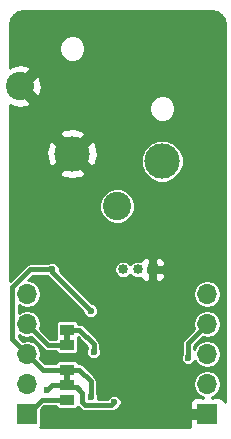
<source format=gbl>
G04 #@! TF.FileFunction,Copper,L2,Bot,Signal*
%FSLAX46Y46*%
G04 Gerber Fmt 4.6, Leading zero omitted, Abs format (unit mm)*
G04 Created by KiCad (PCBNEW 4.0.7) date Wed Jun 13 11:05:16 2018*
%MOMM*%
%LPD*%
G01*
G04 APERTURE LIST*
%ADD10C,0.100000*%
%ADD11C,0.500000*%
%ADD12R,1.700000X1.700000*%
%ADD13O,1.700000X1.700000*%
%ADD14R,0.850000X0.850000*%
%ADD15C,0.850000*%
%ADD16R,1.270000X0.965200*%
%ADD17C,3.000000*%
%ADD18C,2.400000*%
%ADD19C,0.600000*%
%ADD20C,0.400000*%
%ADD21C,0.250000*%
G04 APERTURE END LIST*
D10*
D11*
X5250000Y5000000D02*
X5250000Y4200000D01*
X5250000Y7600000D02*
X5250000Y8400000D01*
D12*
X17120000Y1500000D03*
D13*
X17120000Y4040000D03*
X17120000Y6580000D03*
X17120000Y9120000D03*
X17120000Y11660000D03*
D12*
X1880000Y1500000D03*
D13*
X1880000Y4040000D03*
X1880000Y6580000D03*
X1880000Y9120000D03*
X1880000Y11660000D03*
D14*
X12500000Y13750000D03*
D15*
X11250000Y13750000D03*
X10000000Y13750000D03*
D16*
X5250000Y5270000D03*
X5250000Y4000000D03*
X5250000Y2730000D03*
X5250000Y7365000D03*
X5250000Y8635000D03*
D17*
X5690000Y23550000D03*
X13310000Y22915000D03*
D18*
X9500000Y19105000D03*
X1250000Y29250000D03*
D19*
X3500000Y1250000D03*
X7500000Y1250000D03*
X5500000Y1250000D03*
X7500000Y5500000D03*
X7250000Y8750000D03*
X3525693Y3525693D03*
X9250000Y2500000D03*
X7250009Y2950010D03*
X4000000Y13750000D03*
X7250000Y10250000D03*
X15500000Y6250000D03*
X7500000Y6750000D03*
D20*
X5250000Y4000000D02*
X4000000Y4000000D01*
X3825692Y3825692D02*
X3525693Y3525693D01*
X4000000Y4000000D02*
X3825692Y3825692D01*
X6067602Y3750000D02*
X6549999Y3267603D01*
X9000000Y2250000D02*
X9250000Y2500000D01*
X6549999Y3267603D02*
X6549999Y2496590D01*
X6549999Y2496590D02*
X6796589Y2250000D01*
X6796589Y2250000D02*
X9000000Y2250000D01*
X5250000Y3750000D02*
X6067602Y3750000D01*
X6067602Y3750000D02*
X6285001Y3532601D01*
X5250000Y4000000D02*
X5250000Y3750000D01*
X7250009Y4304991D02*
X7250009Y3374274D01*
X6285000Y5270000D02*
X7250009Y4304991D01*
X7250009Y3374274D02*
X7250009Y2950010D01*
X5250000Y5270000D02*
X6285000Y5270000D01*
X1880000Y6580000D02*
X629999Y7830001D01*
X629999Y7830001D02*
X629999Y12260001D01*
X629999Y12260001D02*
X2119998Y13750000D01*
X2119998Y13750000D02*
X3575736Y13750000D01*
X3575736Y13750000D02*
X4000000Y13750000D01*
X7250000Y10250000D02*
X4000000Y13500000D01*
X4000000Y13500000D02*
X4000000Y13750000D01*
X5250000Y5270000D02*
X3190000Y5270000D01*
X3190000Y5270000D02*
X1880000Y6580000D01*
X15500000Y6250000D02*
X15500000Y7500000D01*
X15500000Y7500000D02*
X17120000Y9120000D01*
X5250000Y2730000D02*
X3110000Y2730000D01*
X3110000Y2730000D02*
X1880000Y1500000D01*
X1880000Y9120000D02*
X3635000Y7365000D01*
X3635000Y7365000D02*
X5250000Y7365000D01*
X5250000Y8635000D02*
X6285000Y8635000D01*
X6285000Y8635000D02*
X7500000Y7420000D01*
X7500000Y7420000D02*
X7500000Y6750000D01*
D21*
G36*
X17917952Y35509028D02*
X18272276Y35272276D01*
X18509028Y34917952D01*
X18600000Y34460604D01*
X18600000Y2483155D01*
X18506631Y2708566D01*
X18328565Y2886632D01*
X18095911Y2983000D01*
X17653250Y2983000D01*
X17495002Y2824752D01*
X17495002Y2935014D01*
X17592673Y2954442D01*
X17973870Y3209150D01*
X18228578Y3590347D01*
X18318020Y4040000D01*
X18228578Y4489653D01*
X17973870Y4870850D01*
X17592673Y5125558D01*
X17143020Y5215000D01*
X17096980Y5215000D01*
X16647327Y5125558D01*
X16266130Y4870850D01*
X16011422Y4489653D01*
X15921980Y4040000D01*
X16011422Y3590347D01*
X16266130Y3209150D01*
X16647327Y2954442D01*
X16744998Y2935014D01*
X16744998Y2824752D01*
X16586750Y2983000D01*
X16144089Y2983000D01*
X15911435Y2886632D01*
X15733369Y2708566D01*
X15637000Y2475912D01*
X15637000Y2033250D01*
X15795250Y1875000D01*
X16745000Y1875000D01*
X16745000Y1895000D01*
X17495000Y1895000D01*
X17495000Y1875000D01*
X17515000Y1875000D01*
X17515000Y1125000D01*
X17495000Y1125000D01*
X17495000Y1105000D01*
X16745000Y1105000D01*
X16745000Y1125000D01*
X15795250Y1125000D01*
X15637000Y966750D01*
X15637000Y524088D01*
X15688399Y400000D01*
X2941668Y400000D01*
X2961053Y412474D01*
X3035260Y521080D01*
X3061367Y650000D01*
X3061367Y1938905D01*
X3327462Y2205000D01*
X4291611Y2205000D01*
X4306295Y2126962D01*
X4377474Y2016347D01*
X4486080Y1942140D01*
X4615000Y1916033D01*
X5885000Y1916033D01*
X6005438Y1938695D01*
X6116053Y2009874D01*
X6188388Y2115739D01*
X6425358Y1878769D01*
X6595680Y1764963D01*
X6796589Y1725000D01*
X9000000Y1725000D01*
X9200909Y1764963D01*
X9365440Y1874899D01*
X9373775Y1874892D01*
X9603571Y1969842D01*
X9779540Y2145504D01*
X9874891Y2375134D01*
X9875108Y2623775D01*
X9780158Y2853571D01*
X9604496Y3029540D01*
X9374866Y3124891D01*
X9126225Y3125108D01*
X8896429Y3030158D01*
X8720460Y2854496D01*
X8687450Y2775000D01*
X7854078Y2775000D01*
X7874900Y2825144D01*
X7875117Y3073785D01*
X7780167Y3303581D01*
X7775009Y3308748D01*
X7775009Y4304991D01*
X7735046Y4505900D01*
X7621240Y4676222D01*
X6656231Y5641231D01*
X6485909Y5755037D01*
X6285000Y5795000D01*
X6208389Y5795000D01*
X6193705Y5873038D01*
X6122526Y5983653D01*
X6013920Y6057860D01*
X5885000Y6083967D01*
X4615000Y6083967D01*
X4494562Y6061305D01*
X4383947Y5990126D01*
X4309740Y5881520D01*
X4292219Y5795000D01*
X3407462Y5795000D01*
X3002438Y6200024D01*
X3078020Y6580000D01*
X2988578Y7029653D01*
X2733870Y7410850D01*
X2352673Y7665558D01*
X1903020Y7755000D01*
X1856980Y7755000D01*
X1515406Y7687056D01*
X1154999Y8047463D01*
X1154999Y8203042D01*
X1407327Y8034442D01*
X1856980Y7945000D01*
X1903020Y7945000D01*
X2244594Y8012944D01*
X3263769Y6993769D01*
X3434091Y6879963D01*
X3635000Y6840000D01*
X4291611Y6840000D01*
X4306295Y6761962D01*
X4377474Y6651347D01*
X4486080Y6577140D01*
X4615000Y6551033D01*
X5885000Y6551033D01*
X6005438Y6573695D01*
X6116053Y6644874D01*
X6190260Y6753480D01*
X6216367Y6882400D01*
X6216367Y7847600D01*
X6193705Y7968038D01*
X6173661Y7999187D01*
X6175565Y8001973D01*
X6975000Y7202538D01*
X6975000Y7109028D01*
X6970460Y7104496D01*
X6875109Y6874866D01*
X6874892Y6626225D01*
X6969842Y6396429D01*
X7145504Y6220460D01*
X7375134Y6125109D01*
X7623775Y6124892D01*
X7627001Y6126225D01*
X14874892Y6126225D01*
X14969842Y5896429D01*
X15145504Y5720460D01*
X15375134Y5625109D01*
X15623775Y5624892D01*
X15853571Y5719842D01*
X16029540Y5895504D01*
X16082737Y6023617D01*
X16266130Y5749150D01*
X16647327Y5494442D01*
X17096980Y5405000D01*
X17143020Y5405000D01*
X17592673Y5494442D01*
X17973870Y5749150D01*
X18228578Y6130347D01*
X18318020Y6580000D01*
X18228578Y7029653D01*
X17973870Y7410850D01*
X17592673Y7665558D01*
X17143020Y7755000D01*
X17096980Y7755000D01*
X16647327Y7665558D01*
X16266130Y7410850D01*
X16025000Y7049974D01*
X16025000Y7282538D01*
X16755406Y8012944D01*
X17096980Y7945000D01*
X17143020Y7945000D01*
X17592673Y8034442D01*
X17973870Y8289150D01*
X18228578Y8670347D01*
X18318020Y9120000D01*
X18228578Y9569653D01*
X17973870Y9950850D01*
X17592673Y10205558D01*
X17143020Y10295000D01*
X17096980Y10295000D01*
X16647327Y10205558D01*
X16266130Y9950850D01*
X16011422Y9569653D01*
X15921980Y9120000D01*
X15997562Y8740024D01*
X15128769Y7871231D01*
X15014963Y7700909D01*
X14975000Y7500000D01*
X14975000Y6609028D01*
X14970460Y6604496D01*
X14875109Y6374866D01*
X14874892Y6126225D01*
X7627001Y6126225D01*
X7853571Y6219842D01*
X8029540Y6395504D01*
X8124891Y6625134D01*
X8125108Y6873775D01*
X8030158Y7103571D01*
X8025000Y7108738D01*
X8025000Y7420000D01*
X7985037Y7620909D01*
X7871231Y7791231D01*
X6656231Y9006231D01*
X6485909Y9120037D01*
X6285000Y9160000D01*
X6208389Y9160000D01*
X6193705Y9238038D01*
X6122526Y9348653D01*
X6013920Y9422860D01*
X5885000Y9448967D01*
X4615000Y9448967D01*
X4494562Y9426305D01*
X4383947Y9355126D01*
X4309740Y9246520D01*
X4283633Y9117600D01*
X4283633Y8152400D01*
X4306295Y8031962D01*
X4326339Y8000813D01*
X4309740Y7976520D01*
X4292219Y7890000D01*
X3852462Y7890000D01*
X3002438Y8740024D01*
X3078020Y9120000D01*
X2988578Y9569653D01*
X2733870Y9950850D01*
X2352673Y10205558D01*
X1903020Y10295000D01*
X1856980Y10295000D01*
X1407327Y10205558D01*
X1154999Y10036958D01*
X1154999Y10743042D01*
X1407327Y10574442D01*
X1856980Y10485000D01*
X1903020Y10485000D01*
X2352673Y10574442D01*
X2733870Y10829150D01*
X2988578Y11210347D01*
X3078020Y11660000D01*
X2988578Y12109653D01*
X2733870Y12490850D01*
X2352673Y12745558D01*
X1940087Y12827627D01*
X2337460Y13225000D01*
X3564469Y13225000D01*
X3628769Y13128769D01*
X6624898Y10132640D01*
X6624892Y10126225D01*
X6719842Y9896429D01*
X6895504Y9720460D01*
X7125134Y9625109D01*
X7373775Y9624892D01*
X7603571Y9719842D01*
X7779540Y9895504D01*
X7874891Y10125134D01*
X7875108Y10373775D01*
X7780158Y10603571D01*
X7604496Y10779540D01*
X7374866Y10874891D01*
X7367565Y10874897D01*
X6582462Y11660000D01*
X15921980Y11660000D01*
X16011422Y11210347D01*
X16266130Y10829150D01*
X16647327Y10574442D01*
X17096980Y10485000D01*
X17143020Y10485000D01*
X17592673Y10574442D01*
X17973870Y10829150D01*
X18228578Y11210347D01*
X18318020Y11660000D01*
X18228578Y12109653D01*
X17973870Y12490850D01*
X17592673Y12745558D01*
X17143020Y12835000D01*
X17096980Y12835000D01*
X16647327Y12745558D01*
X16266130Y12490850D01*
X16011422Y12109653D01*
X15921980Y11660000D01*
X6582462Y11660000D01*
X4640992Y13601470D01*
X9249870Y13601470D01*
X9363811Y13325714D01*
X9574605Y13114552D01*
X9850161Y13000131D01*
X10148530Y12999870D01*
X10424286Y13113811D01*
X10625165Y13314340D01*
X10824605Y13114552D01*
X11100161Y13000131D01*
X11398530Y12999870D01*
X11506107Y13044320D01*
X11538369Y12966434D01*
X11716435Y12788368D01*
X11949089Y12692000D01*
X12129250Y12692000D01*
X12287500Y12850250D01*
X12287500Y13537500D01*
X12712500Y13537500D01*
X12712500Y12850250D01*
X12870750Y12692000D01*
X13050911Y12692000D01*
X13283565Y12788368D01*
X13461631Y12966434D01*
X13558000Y13199088D01*
X13558000Y13379250D01*
X13399750Y13537500D01*
X12712500Y13537500D01*
X12287500Y13537500D01*
X12105000Y13537500D01*
X12105000Y13962500D01*
X12287500Y13962500D01*
X12287500Y14649750D01*
X12712500Y14649750D01*
X12712500Y13962500D01*
X13399750Y13962500D01*
X13558000Y14120750D01*
X13558000Y14300912D01*
X13461631Y14533566D01*
X13283565Y14711632D01*
X13050911Y14808000D01*
X12870750Y14808000D01*
X12712500Y14649750D01*
X12287500Y14649750D01*
X12129250Y14808000D01*
X11949089Y14808000D01*
X11716435Y14711632D01*
X11538369Y14533566D01*
X11506129Y14455733D01*
X11399839Y14499869D01*
X11101470Y14500130D01*
X10825714Y14386189D01*
X10624835Y14185660D01*
X10425395Y14385448D01*
X10149839Y14499869D01*
X9851470Y14500130D01*
X9575714Y14386189D01*
X9364552Y14175395D01*
X9250131Y13899839D01*
X9249870Y13601470D01*
X4640992Y13601470D01*
X4622672Y13619790D01*
X4624891Y13625134D01*
X4625108Y13873775D01*
X4530158Y14103571D01*
X4354496Y14279540D01*
X4124866Y14374891D01*
X3876225Y14375108D01*
X3646429Y14280158D01*
X3641262Y14275000D01*
X2119998Y14275000D01*
X1919089Y14235037D01*
X1748767Y14121231D01*
X400000Y12772464D01*
X400000Y18802989D01*
X7974735Y18802989D01*
X8206414Y18242285D01*
X8635029Y17812921D01*
X9195328Y17580265D01*
X9802011Y17579735D01*
X10362715Y17811414D01*
X10792079Y18240029D01*
X11024735Y18800328D01*
X11025265Y19407011D01*
X10793586Y19967715D01*
X10364971Y20397079D01*
X9804672Y20629735D01*
X9197989Y20630265D01*
X8637285Y20398586D01*
X8207921Y19969971D01*
X7975265Y19409672D01*
X7974735Y18802989D01*
X400000Y18802989D01*
X400000Y21883800D01*
X4554130Y21883800D01*
X4734220Y21596494D01*
X5554549Y21379435D01*
X6395499Y21492824D01*
X6645780Y21596494D01*
X6825870Y21883800D01*
X5690000Y23019670D01*
X4554130Y21883800D01*
X400000Y21883800D01*
X400000Y23685451D01*
X3519435Y23685451D01*
X3632824Y22844501D01*
X3736494Y22594220D01*
X4023800Y22414130D01*
X5159670Y23550000D01*
X6220330Y23550000D01*
X7356200Y22414130D01*
X7578667Y22553578D01*
X11484684Y22553578D01*
X11761938Y21882571D01*
X12274871Y21368742D01*
X12945392Y21090317D01*
X13671422Y21089684D01*
X14342429Y21366938D01*
X14856258Y21879871D01*
X15134683Y22550392D01*
X15135316Y23276422D01*
X14858062Y23947429D01*
X14345129Y24461258D01*
X13674608Y24739683D01*
X12948578Y24740316D01*
X12277571Y24463062D01*
X11763742Y23950129D01*
X11485317Y23279608D01*
X11484684Y22553578D01*
X7578667Y22553578D01*
X7643506Y22594220D01*
X7860565Y23414549D01*
X7747176Y24255499D01*
X7643506Y24505780D01*
X7356200Y24685870D01*
X6220330Y23550000D01*
X5159670Y23550000D01*
X4023800Y24685870D01*
X3736494Y24505780D01*
X3519435Y23685451D01*
X400000Y23685451D01*
X400000Y25216200D01*
X4554130Y25216200D01*
X5690000Y24080330D01*
X6825870Y25216200D01*
X6645780Y25503506D01*
X5825451Y25720565D01*
X4984501Y25607176D01*
X4734220Y25503506D01*
X4554130Y25216200D01*
X400000Y25216200D01*
X400000Y27137205D01*
X12184805Y27137205D01*
X12355715Y26723571D01*
X12671907Y26406828D01*
X13085242Y26235196D01*
X13532795Y26234805D01*
X13946429Y26405715D01*
X14263172Y26721907D01*
X14434804Y27135242D01*
X14435195Y27582795D01*
X14264285Y27996429D01*
X13948093Y28313172D01*
X13534758Y28484804D01*
X13087205Y28485195D01*
X12673571Y28314285D01*
X12356828Y27998093D01*
X12185196Y27584758D01*
X12184805Y27137205D01*
X400000Y27137205D01*
X400000Y27687459D01*
X477204Y27548350D01*
X1187223Y27382143D01*
X1906800Y27500302D01*
X2022796Y27548350D01*
X2165033Y27804637D01*
X1250000Y28719670D01*
X1235858Y28705527D01*
X705528Y29235857D01*
X719670Y29250000D01*
X1780330Y29250000D01*
X2695363Y28334967D01*
X2951650Y28477204D01*
X3117857Y29187223D01*
X2999698Y29906800D01*
X2951650Y30022796D01*
X2695363Y30165033D01*
X1780330Y29250000D01*
X719670Y29250000D01*
X705528Y29264142D01*
X1235858Y29794472D01*
X1250000Y29780330D01*
X2165033Y30695363D01*
X2022796Y30951650D01*
X1312777Y31117857D01*
X593200Y30999698D01*
X477204Y30951650D01*
X400000Y30812541D01*
X400000Y32217205D01*
X4564805Y32217205D01*
X4735715Y31803571D01*
X5051907Y31486828D01*
X5465242Y31315196D01*
X5912795Y31314805D01*
X6326429Y31485715D01*
X6643172Y31801907D01*
X6814804Y32215242D01*
X6815195Y32662795D01*
X6644285Y33076429D01*
X6328093Y33393172D01*
X5914758Y33564804D01*
X5467205Y33565195D01*
X5053571Y33394285D01*
X4736828Y33078093D01*
X4565196Y32664758D01*
X4564805Y32217205D01*
X400000Y32217205D01*
X400000Y34460604D01*
X490972Y34917952D01*
X727724Y35272276D01*
X1082198Y35509128D01*
X1536966Y35600000D01*
X17460604Y35600000D01*
X17917952Y35509028D01*
X17917952Y35509028D01*
G37*
X17917952Y35509028D02*
X18272276Y35272276D01*
X18509028Y34917952D01*
X18600000Y34460604D01*
X18600000Y2483155D01*
X18506631Y2708566D01*
X18328565Y2886632D01*
X18095911Y2983000D01*
X17653250Y2983000D01*
X17495002Y2824752D01*
X17495002Y2935014D01*
X17592673Y2954442D01*
X17973870Y3209150D01*
X18228578Y3590347D01*
X18318020Y4040000D01*
X18228578Y4489653D01*
X17973870Y4870850D01*
X17592673Y5125558D01*
X17143020Y5215000D01*
X17096980Y5215000D01*
X16647327Y5125558D01*
X16266130Y4870850D01*
X16011422Y4489653D01*
X15921980Y4040000D01*
X16011422Y3590347D01*
X16266130Y3209150D01*
X16647327Y2954442D01*
X16744998Y2935014D01*
X16744998Y2824752D01*
X16586750Y2983000D01*
X16144089Y2983000D01*
X15911435Y2886632D01*
X15733369Y2708566D01*
X15637000Y2475912D01*
X15637000Y2033250D01*
X15795250Y1875000D01*
X16745000Y1875000D01*
X16745000Y1895000D01*
X17495000Y1895000D01*
X17495000Y1875000D01*
X17515000Y1875000D01*
X17515000Y1125000D01*
X17495000Y1125000D01*
X17495000Y1105000D01*
X16745000Y1105000D01*
X16745000Y1125000D01*
X15795250Y1125000D01*
X15637000Y966750D01*
X15637000Y524088D01*
X15688399Y400000D01*
X2941668Y400000D01*
X2961053Y412474D01*
X3035260Y521080D01*
X3061367Y650000D01*
X3061367Y1938905D01*
X3327462Y2205000D01*
X4291611Y2205000D01*
X4306295Y2126962D01*
X4377474Y2016347D01*
X4486080Y1942140D01*
X4615000Y1916033D01*
X5885000Y1916033D01*
X6005438Y1938695D01*
X6116053Y2009874D01*
X6188388Y2115739D01*
X6425358Y1878769D01*
X6595680Y1764963D01*
X6796589Y1725000D01*
X9000000Y1725000D01*
X9200909Y1764963D01*
X9365440Y1874899D01*
X9373775Y1874892D01*
X9603571Y1969842D01*
X9779540Y2145504D01*
X9874891Y2375134D01*
X9875108Y2623775D01*
X9780158Y2853571D01*
X9604496Y3029540D01*
X9374866Y3124891D01*
X9126225Y3125108D01*
X8896429Y3030158D01*
X8720460Y2854496D01*
X8687450Y2775000D01*
X7854078Y2775000D01*
X7874900Y2825144D01*
X7875117Y3073785D01*
X7780167Y3303581D01*
X7775009Y3308748D01*
X7775009Y4304991D01*
X7735046Y4505900D01*
X7621240Y4676222D01*
X6656231Y5641231D01*
X6485909Y5755037D01*
X6285000Y5795000D01*
X6208389Y5795000D01*
X6193705Y5873038D01*
X6122526Y5983653D01*
X6013920Y6057860D01*
X5885000Y6083967D01*
X4615000Y6083967D01*
X4494562Y6061305D01*
X4383947Y5990126D01*
X4309740Y5881520D01*
X4292219Y5795000D01*
X3407462Y5795000D01*
X3002438Y6200024D01*
X3078020Y6580000D01*
X2988578Y7029653D01*
X2733870Y7410850D01*
X2352673Y7665558D01*
X1903020Y7755000D01*
X1856980Y7755000D01*
X1515406Y7687056D01*
X1154999Y8047463D01*
X1154999Y8203042D01*
X1407327Y8034442D01*
X1856980Y7945000D01*
X1903020Y7945000D01*
X2244594Y8012944D01*
X3263769Y6993769D01*
X3434091Y6879963D01*
X3635000Y6840000D01*
X4291611Y6840000D01*
X4306295Y6761962D01*
X4377474Y6651347D01*
X4486080Y6577140D01*
X4615000Y6551033D01*
X5885000Y6551033D01*
X6005438Y6573695D01*
X6116053Y6644874D01*
X6190260Y6753480D01*
X6216367Y6882400D01*
X6216367Y7847600D01*
X6193705Y7968038D01*
X6173661Y7999187D01*
X6175565Y8001973D01*
X6975000Y7202538D01*
X6975000Y7109028D01*
X6970460Y7104496D01*
X6875109Y6874866D01*
X6874892Y6626225D01*
X6969842Y6396429D01*
X7145504Y6220460D01*
X7375134Y6125109D01*
X7623775Y6124892D01*
X7627001Y6126225D01*
X14874892Y6126225D01*
X14969842Y5896429D01*
X15145504Y5720460D01*
X15375134Y5625109D01*
X15623775Y5624892D01*
X15853571Y5719842D01*
X16029540Y5895504D01*
X16082737Y6023617D01*
X16266130Y5749150D01*
X16647327Y5494442D01*
X17096980Y5405000D01*
X17143020Y5405000D01*
X17592673Y5494442D01*
X17973870Y5749150D01*
X18228578Y6130347D01*
X18318020Y6580000D01*
X18228578Y7029653D01*
X17973870Y7410850D01*
X17592673Y7665558D01*
X17143020Y7755000D01*
X17096980Y7755000D01*
X16647327Y7665558D01*
X16266130Y7410850D01*
X16025000Y7049974D01*
X16025000Y7282538D01*
X16755406Y8012944D01*
X17096980Y7945000D01*
X17143020Y7945000D01*
X17592673Y8034442D01*
X17973870Y8289150D01*
X18228578Y8670347D01*
X18318020Y9120000D01*
X18228578Y9569653D01*
X17973870Y9950850D01*
X17592673Y10205558D01*
X17143020Y10295000D01*
X17096980Y10295000D01*
X16647327Y10205558D01*
X16266130Y9950850D01*
X16011422Y9569653D01*
X15921980Y9120000D01*
X15997562Y8740024D01*
X15128769Y7871231D01*
X15014963Y7700909D01*
X14975000Y7500000D01*
X14975000Y6609028D01*
X14970460Y6604496D01*
X14875109Y6374866D01*
X14874892Y6126225D01*
X7627001Y6126225D01*
X7853571Y6219842D01*
X8029540Y6395504D01*
X8124891Y6625134D01*
X8125108Y6873775D01*
X8030158Y7103571D01*
X8025000Y7108738D01*
X8025000Y7420000D01*
X7985037Y7620909D01*
X7871231Y7791231D01*
X6656231Y9006231D01*
X6485909Y9120037D01*
X6285000Y9160000D01*
X6208389Y9160000D01*
X6193705Y9238038D01*
X6122526Y9348653D01*
X6013920Y9422860D01*
X5885000Y9448967D01*
X4615000Y9448967D01*
X4494562Y9426305D01*
X4383947Y9355126D01*
X4309740Y9246520D01*
X4283633Y9117600D01*
X4283633Y8152400D01*
X4306295Y8031962D01*
X4326339Y8000813D01*
X4309740Y7976520D01*
X4292219Y7890000D01*
X3852462Y7890000D01*
X3002438Y8740024D01*
X3078020Y9120000D01*
X2988578Y9569653D01*
X2733870Y9950850D01*
X2352673Y10205558D01*
X1903020Y10295000D01*
X1856980Y10295000D01*
X1407327Y10205558D01*
X1154999Y10036958D01*
X1154999Y10743042D01*
X1407327Y10574442D01*
X1856980Y10485000D01*
X1903020Y10485000D01*
X2352673Y10574442D01*
X2733870Y10829150D01*
X2988578Y11210347D01*
X3078020Y11660000D01*
X2988578Y12109653D01*
X2733870Y12490850D01*
X2352673Y12745558D01*
X1940087Y12827627D01*
X2337460Y13225000D01*
X3564469Y13225000D01*
X3628769Y13128769D01*
X6624898Y10132640D01*
X6624892Y10126225D01*
X6719842Y9896429D01*
X6895504Y9720460D01*
X7125134Y9625109D01*
X7373775Y9624892D01*
X7603571Y9719842D01*
X7779540Y9895504D01*
X7874891Y10125134D01*
X7875108Y10373775D01*
X7780158Y10603571D01*
X7604496Y10779540D01*
X7374866Y10874891D01*
X7367565Y10874897D01*
X6582462Y11660000D01*
X15921980Y11660000D01*
X16011422Y11210347D01*
X16266130Y10829150D01*
X16647327Y10574442D01*
X17096980Y10485000D01*
X17143020Y10485000D01*
X17592673Y10574442D01*
X17973870Y10829150D01*
X18228578Y11210347D01*
X18318020Y11660000D01*
X18228578Y12109653D01*
X17973870Y12490850D01*
X17592673Y12745558D01*
X17143020Y12835000D01*
X17096980Y12835000D01*
X16647327Y12745558D01*
X16266130Y12490850D01*
X16011422Y12109653D01*
X15921980Y11660000D01*
X6582462Y11660000D01*
X4640992Y13601470D01*
X9249870Y13601470D01*
X9363811Y13325714D01*
X9574605Y13114552D01*
X9850161Y13000131D01*
X10148530Y12999870D01*
X10424286Y13113811D01*
X10625165Y13314340D01*
X10824605Y13114552D01*
X11100161Y13000131D01*
X11398530Y12999870D01*
X11506107Y13044320D01*
X11538369Y12966434D01*
X11716435Y12788368D01*
X11949089Y12692000D01*
X12129250Y12692000D01*
X12287500Y12850250D01*
X12287500Y13537500D01*
X12712500Y13537500D01*
X12712500Y12850250D01*
X12870750Y12692000D01*
X13050911Y12692000D01*
X13283565Y12788368D01*
X13461631Y12966434D01*
X13558000Y13199088D01*
X13558000Y13379250D01*
X13399750Y13537500D01*
X12712500Y13537500D01*
X12287500Y13537500D01*
X12105000Y13537500D01*
X12105000Y13962500D01*
X12287500Y13962500D01*
X12287500Y14649750D01*
X12712500Y14649750D01*
X12712500Y13962500D01*
X13399750Y13962500D01*
X13558000Y14120750D01*
X13558000Y14300912D01*
X13461631Y14533566D01*
X13283565Y14711632D01*
X13050911Y14808000D01*
X12870750Y14808000D01*
X12712500Y14649750D01*
X12287500Y14649750D01*
X12129250Y14808000D01*
X11949089Y14808000D01*
X11716435Y14711632D01*
X11538369Y14533566D01*
X11506129Y14455733D01*
X11399839Y14499869D01*
X11101470Y14500130D01*
X10825714Y14386189D01*
X10624835Y14185660D01*
X10425395Y14385448D01*
X10149839Y14499869D01*
X9851470Y14500130D01*
X9575714Y14386189D01*
X9364552Y14175395D01*
X9250131Y13899839D01*
X9249870Y13601470D01*
X4640992Y13601470D01*
X4622672Y13619790D01*
X4624891Y13625134D01*
X4625108Y13873775D01*
X4530158Y14103571D01*
X4354496Y14279540D01*
X4124866Y14374891D01*
X3876225Y14375108D01*
X3646429Y14280158D01*
X3641262Y14275000D01*
X2119998Y14275000D01*
X1919089Y14235037D01*
X1748767Y14121231D01*
X400000Y12772464D01*
X400000Y18802989D01*
X7974735Y18802989D01*
X8206414Y18242285D01*
X8635029Y17812921D01*
X9195328Y17580265D01*
X9802011Y17579735D01*
X10362715Y17811414D01*
X10792079Y18240029D01*
X11024735Y18800328D01*
X11025265Y19407011D01*
X10793586Y19967715D01*
X10364971Y20397079D01*
X9804672Y20629735D01*
X9197989Y20630265D01*
X8637285Y20398586D01*
X8207921Y19969971D01*
X7975265Y19409672D01*
X7974735Y18802989D01*
X400000Y18802989D01*
X400000Y21883800D01*
X4554130Y21883800D01*
X4734220Y21596494D01*
X5554549Y21379435D01*
X6395499Y21492824D01*
X6645780Y21596494D01*
X6825870Y21883800D01*
X5690000Y23019670D01*
X4554130Y21883800D01*
X400000Y21883800D01*
X400000Y23685451D01*
X3519435Y23685451D01*
X3632824Y22844501D01*
X3736494Y22594220D01*
X4023800Y22414130D01*
X5159670Y23550000D01*
X6220330Y23550000D01*
X7356200Y22414130D01*
X7578667Y22553578D01*
X11484684Y22553578D01*
X11761938Y21882571D01*
X12274871Y21368742D01*
X12945392Y21090317D01*
X13671422Y21089684D01*
X14342429Y21366938D01*
X14856258Y21879871D01*
X15134683Y22550392D01*
X15135316Y23276422D01*
X14858062Y23947429D01*
X14345129Y24461258D01*
X13674608Y24739683D01*
X12948578Y24740316D01*
X12277571Y24463062D01*
X11763742Y23950129D01*
X11485317Y23279608D01*
X11484684Y22553578D01*
X7578667Y22553578D01*
X7643506Y22594220D01*
X7860565Y23414549D01*
X7747176Y24255499D01*
X7643506Y24505780D01*
X7356200Y24685870D01*
X6220330Y23550000D01*
X5159670Y23550000D01*
X4023800Y24685870D01*
X3736494Y24505780D01*
X3519435Y23685451D01*
X400000Y23685451D01*
X400000Y25216200D01*
X4554130Y25216200D01*
X5690000Y24080330D01*
X6825870Y25216200D01*
X6645780Y25503506D01*
X5825451Y25720565D01*
X4984501Y25607176D01*
X4734220Y25503506D01*
X4554130Y25216200D01*
X400000Y25216200D01*
X400000Y27137205D01*
X12184805Y27137205D01*
X12355715Y26723571D01*
X12671907Y26406828D01*
X13085242Y26235196D01*
X13532795Y26234805D01*
X13946429Y26405715D01*
X14263172Y26721907D01*
X14434804Y27135242D01*
X14435195Y27582795D01*
X14264285Y27996429D01*
X13948093Y28313172D01*
X13534758Y28484804D01*
X13087205Y28485195D01*
X12673571Y28314285D01*
X12356828Y27998093D01*
X12185196Y27584758D01*
X12184805Y27137205D01*
X400000Y27137205D01*
X400000Y27687459D01*
X477204Y27548350D01*
X1187223Y27382143D01*
X1906800Y27500302D01*
X2022796Y27548350D01*
X2165033Y27804637D01*
X1250000Y28719670D01*
X1235858Y28705527D01*
X705528Y29235857D01*
X719670Y29250000D01*
X1780330Y29250000D01*
X2695363Y28334967D01*
X2951650Y28477204D01*
X3117857Y29187223D01*
X2999698Y29906800D01*
X2951650Y30022796D01*
X2695363Y30165033D01*
X1780330Y29250000D01*
X719670Y29250000D01*
X705528Y29264142D01*
X1235858Y29794472D01*
X1250000Y29780330D01*
X2165033Y30695363D01*
X2022796Y30951650D01*
X1312777Y31117857D01*
X593200Y30999698D01*
X477204Y30951650D01*
X400000Y30812541D01*
X400000Y32217205D01*
X4564805Y32217205D01*
X4735715Y31803571D01*
X5051907Y31486828D01*
X5465242Y31315196D01*
X5912795Y31314805D01*
X6326429Y31485715D01*
X6643172Y31801907D01*
X6814804Y32215242D01*
X6815195Y32662795D01*
X6644285Y33076429D01*
X6328093Y33393172D01*
X5914758Y33564804D01*
X5467205Y33565195D01*
X5053571Y33394285D01*
X4736828Y33078093D01*
X4565196Y32664758D01*
X4564805Y32217205D01*
X400000Y32217205D01*
X400000Y34460604D01*
X490972Y34917952D01*
X727724Y35272276D01*
X1082198Y35509128D01*
X1536966Y35600000D01*
X17460604Y35600000D01*
X17917952Y35509028D01*
G36*
X2255000Y4415000D02*
X2275000Y4415000D01*
X2275000Y3665000D01*
X2255000Y3665000D01*
X2255000Y3645000D01*
X1505000Y3645000D01*
X1505000Y3665000D01*
X1485000Y3665000D01*
X1485000Y4415000D01*
X1505000Y4415000D01*
X1505000Y4435000D01*
X2255000Y4435000D01*
X2255000Y4415000D01*
X2255000Y4415000D01*
G37*
X2255000Y4415000D02*
X2275000Y4415000D01*
X2275000Y3665000D01*
X2255000Y3665000D01*
X2255000Y3645000D01*
X1505000Y3645000D01*
X1505000Y3665000D01*
X1485000Y3665000D01*
X1485000Y4415000D01*
X1505000Y4415000D01*
X1505000Y4435000D01*
X2255000Y4435000D01*
X2255000Y4415000D01*
M02*

</source>
